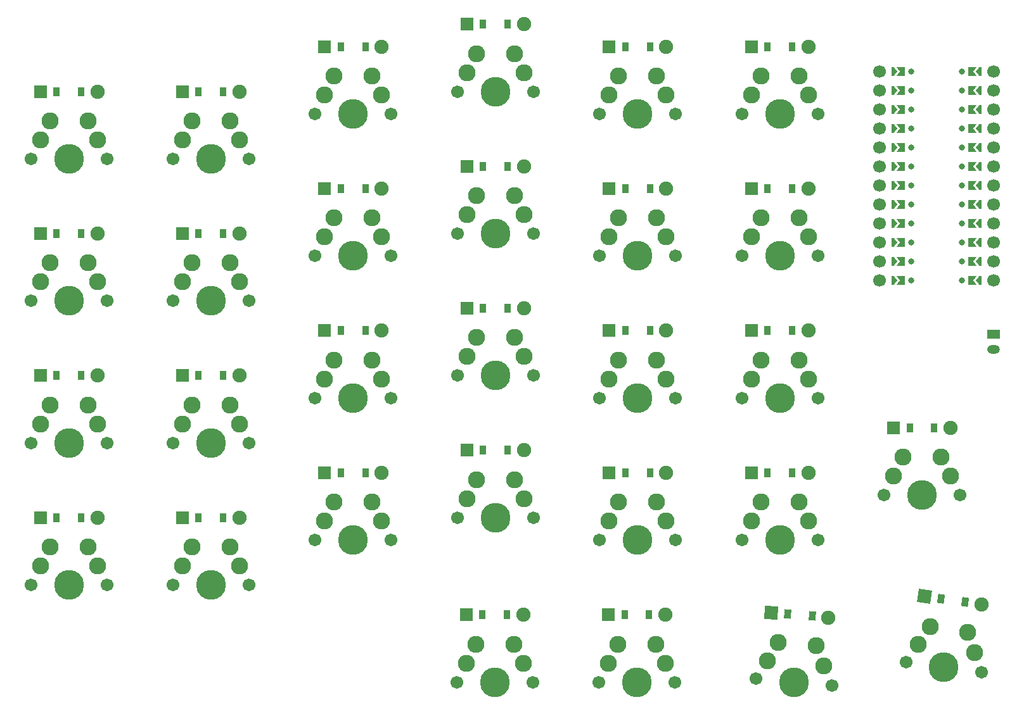
<source format=gbr>
%TF.GenerationSoftware,KiCad,Pcbnew,9.0.5*%
%TF.CreationDate,2025-11-01T14:53:46+08:00*%
%TF.ProjectId,main,6d61696e-2e6b-4696-9361-645f70636258,v1.0.0*%
%TF.SameCoordinates,Original*%
%TF.FileFunction,Soldermask,Bot*%
%TF.FilePolarity,Negative*%
%FSLAX46Y46*%
G04 Gerber Fmt 4.6, Leading zero omitted, Abs format (unit mm)*
G04 Created by KiCad (PCBNEW 9.0.5) date 2025-11-01 14:53:47*
%MOMM*%
%LPD*%
G01*
G04 APERTURE LIST*
G04 Aperture macros list*
%AMRotRect*
0 Rectangle, with rotation*
0 The origin of the aperture is its center*
0 $1 length*
0 $2 width*
0 $3 Rotation angle, in degrees counterclockwise*
0 Add horizontal line*
21,1,$1,$2,0,0,$3*%
%AMFreePoly0*
4,1,6,0.250000,0.000000,-0.250000,-0.625000,-0.500000,-0.625000,-0.500000,0.625000,-0.250000,0.625000,0.250000,0.000000,0.250000,0.000000,$1*%
%AMFreePoly1*
4,1,6,0.500000,-0.625000,-0.650000,-0.625000,-0.150000,0.000000,-0.650000,0.625000,0.500000,0.625000,0.500000,-0.625000,0.500000,-0.625000,$1*%
G04 Aperture macros list end*
%ADD10C,1.701800*%
%ADD11C,3.987800*%
%ADD12C,2.286000*%
%ADD13R,1.778000X1.778000*%
%ADD14R,0.900000X1.200000*%
%ADD15C,1.905000*%
%ADD16RotRect,1.778000X1.778000X352.000000*%
%ADD17RotRect,0.900000X1.200000X352.000000*%
%ADD18FreePoly0,180.000000*%
%ADD19C,1.700000*%
%ADD20FreePoly0,0.000000*%
%ADD21FreePoly1,0.000000*%
%ADD22C,0.800000*%
%ADD23FreePoly1,180.000000*%
%ADD24R,1.700000X1.200000*%
%ADD25O,1.700000X1.200000*%
%ADD26RotRect,1.778000X1.778000X355.000000*%
%ADD27RotRect,0.900000X1.200000X355.000000*%
G04 APERTURE END LIST*
D10*
%TO.C,S11*%
X62520000Y-51500000D03*
D11*
X67600000Y-51500000D03*
D10*
X72680000Y-51500000D03*
D12*
X65060000Y-46420000D03*
X70140000Y-46420000D03*
X63790000Y-48960000D03*
X71410000Y-48960000D03*
%TD*%
D10*
%TO.C,S23*%
X119520000Y-51500000D03*
D11*
X124600000Y-51500000D03*
D10*
X129680000Y-51500000D03*
D12*
X122060000Y-46420000D03*
X127140000Y-46420000D03*
X120790000Y-48960000D03*
X128410000Y-48960000D03*
%TD*%
D13*
%TO.C,D4*%
X25790000Y-29500000D03*
D14*
X27950000Y-29500000D03*
X31250000Y-29500000D03*
D15*
X33410000Y-29500000D03*
%TD*%
D13*
%TO.C,D2*%
X25790000Y-67500000D03*
D14*
X27950000Y-67500000D03*
X31250000Y-67500000D03*
D15*
X33410000Y-67500000D03*
%TD*%
D13*
%TO.C,D27*%
X101690000Y-99500000D03*
D14*
X103850000Y-99500000D03*
X107150000Y-99500000D03*
D15*
X109310000Y-99500000D03*
%TD*%
D10*
%TO.C,S10*%
X62520000Y-70500000D03*
D11*
X67600000Y-70500000D03*
D10*
X72680000Y-70500000D03*
D12*
X65060000Y-65420000D03*
X70140000Y-65420000D03*
X63790000Y-67960000D03*
X71410000Y-67960000D03*
%TD*%
D10*
%TO.C,S3*%
X24520000Y-57500000D03*
D11*
X29600000Y-57500000D03*
D10*
X34680000Y-57500000D03*
D12*
X27060000Y-52420000D03*
X32140000Y-52420000D03*
X25790000Y-54960000D03*
X33410000Y-54960000D03*
%TD*%
D10*
%TO.C,S29*%
X141469438Y-105793001D03*
D11*
X146500000Y-106500000D03*
D10*
X151530562Y-107206999D03*
D12*
X144691718Y-101115942D03*
X149722280Y-101822938D03*
X143080578Y-103454470D03*
X150626421Y-104514969D03*
%TD*%
D10*
%TO.C,S28*%
X121439331Y-108057249D03*
D11*
X126500000Y-108500000D03*
D10*
X131560669Y-108942751D03*
D12*
X124412417Y-103217955D03*
X129473086Y-103660707D03*
X122925874Y-105637602D03*
X130516877Y-106301729D03*
%TD*%
D13*
%TO.C,D25*%
X139790000Y-74500000D03*
D14*
X141950000Y-74500000D03*
X145250000Y-74500000D03*
D15*
X147410000Y-74500000D03*
%TD*%
D16*
%TO.C,D29*%
X143979637Y-97057336D03*
D17*
X146118616Y-97357951D03*
X149386500Y-97817223D03*
D15*
X151525479Y-98117838D03*
%TD*%
D10*
%TO.C,S24*%
X119520000Y-32500000D03*
D11*
X124600000Y-32500000D03*
D10*
X129680000Y-32500000D03*
D12*
X122060000Y-27420000D03*
X127140000Y-27420000D03*
X120790000Y-29960000D03*
X128410000Y-29960000D03*
%TD*%
D13*
%TO.C,D8*%
X44790000Y-29500000D03*
D14*
X46950000Y-29500000D03*
X50250000Y-29500000D03*
D15*
X52410000Y-29500000D03*
%TD*%
D13*
%TO.C,D9*%
X63790000Y-80500000D03*
D14*
X65950000Y-80500000D03*
X69250000Y-80500000D03*
D15*
X71410000Y-80500000D03*
%TD*%
D13*
%TO.C,D15*%
X82790000Y-39500000D03*
D14*
X84950000Y-39500000D03*
X88250000Y-39500000D03*
D15*
X90410000Y-39500000D03*
%TD*%
D13*
%TO.C,D23*%
X120790000Y-42500000D03*
D14*
X122950000Y-42500000D03*
X126250000Y-42500000D03*
D15*
X128410000Y-42500000D03*
%TD*%
D13*
%TO.C,D7*%
X44790000Y-48500000D03*
D14*
X46950000Y-48500000D03*
X50250000Y-48500000D03*
D15*
X52410000Y-48500000D03*
%TD*%
D13*
%TO.C,D14*%
X82790000Y-58500000D03*
D14*
X84950000Y-58500000D03*
X88250000Y-58500000D03*
D15*
X90410000Y-58500000D03*
%TD*%
D13*
%TO.C,D16*%
X82790000Y-20500000D03*
D14*
X84950000Y-20500000D03*
X88250000Y-20500000D03*
D15*
X90410000Y-20500000D03*
%TD*%
D10*
%TO.C,S18*%
X100520000Y-70500000D03*
D11*
X105600000Y-70500000D03*
D10*
X110680000Y-70500000D03*
D12*
X103060000Y-65420000D03*
X108140000Y-65420000D03*
X101790000Y-67960000D03*
X109410000Y-67960000D03*
%TD*%
D10*
%TO.C,S15*%
X81520000Y-48500000D03*
D11*
X86600000Y-48500000D03*
D10*
X91680000Y-48500000D03*
D12*
X84060000Y-43420000D03*
X89140000Y-43420000D03*
X82790000Y-45960000D03*
X90410000Y-45960000D03*
%TD*%
D10*
%TO.C,S1*%
X24520000Y-95500000D03*
D11*
X29600000Y-95500000D03*
D10*
X34680000Y-95500000D03*
D12*
X27060000Y-90420000D03*
X32140000Y-90420000D03*
X25790000Y-92960000D03*
X33410000Y-92960000D03*
%TD*%
D10*
%TO.C,S27*%
X100420000Y-108500000D03*
D11*
X105500000Y-108500000D03*
D10*
X110580000Y-108500000D03*
D12*
X102960000Y-103420000D03*
X108040000Y-103420000D03*
X101690000Y-105960000D03*
X109310000Y-105960000D03*
%TD*%
D10*
%TO.C,S14*%
X81520000Y-67500000D03*
D11*
X86600000Y-67500000D03*
D10*
X91680000Y-67500000D03*
D12*
X84060000Y-62420000D03*
X89140000Y-62420000D03*
X82790000Y-64960000D03*
X90410000Y-64960000D03*
%TD*%
D10*
%TO.C,S6*%
X43520000Y-76500000D03*
D11*
X48600000Y-76500000D03*
D10*
X53680000Y-76500000D03*
D12*
X46060000Y-71420000D03*
X51140000Y-71420000D03*
X44790000Y-73960000D03*
X52410000Y-73960000D03*
%TD*%
D10*
%TO.C,S13*%
X81520000Y-86500000D03*
D11*
X86600000Y-86500000D03*
D10*
X91680000Y-86500000D03*
D12*
X84060000Y-81420000D03*
X89140000Y-81420000D03*
X82790000Y-83960000D03*
X90410000Y-83960000D03*
%TD*%
D10*
%TO.C,S2*%
X24520000Y-76500000D03*
D11*
X29600000Y-76500000D03*
D10*
X34680000Y-76500000D03*
D12*
X27060000Y-71420000D03*
X32140000Y-71420000D03*
X25790000Y-73960000D03*
X33410000Y-73960000D03*
%TD*%
D13*
%TO.C,D17*%
X101790000Y-80500000D03*
D14*
X103950000Y-80500000D03*
X107250000Y-80500000D03*
D15*
X109410000Y-80500000D03*
%TD*%
D18*
%TO.C,MCU1*%
X151055000Y-26800000D03*
D19*
X153175000Y-26800000D03*
D18*
X151055000Y-29340000D03*
D19*
X153175000Y-29340000D03*
D18*
X151055000Y-31880000D03*
D19*
X153175000Y-31880000D03*
D18*
X151055000Y-34420000D03*
D19*
X153175000Y-34420000D03*
D18*
X151055000Y-36960000D03*
D19*
X153175000Y-36960000D03*
D18*
X151055000Y-39500000D03*
D19*
X153175000Y-39500000D03*
D18*
X151055000Y-42040000D03*
D19*
X153175000Y-42040000D03*
D18*
X151055000Y-44580000D03*
D19*
X153175000Y-44580000D03*
D18*
X151055000Y-47120000D03*
D19*
X153175000Y-47120000D03*
D18*
X151055000Y-49660000D03*
D19*
X153175000Y-49660000D03*
D18*
X151055000Y-52200000D03*
D19*
X153175000Y-52200000D03*
D18*
X151055000Y-54740000D03*
D19*
X153175000Y-54740000D03*
X137935000Y-54740000D03*
D20*
X140055000Y-54740000D03*
D19*
X137935000Y-52200000D03*
D20*
X140055000Y-52200000D03*
D19*
X137935000Y-49660000D03*
D20*
X140055000Y-49660000D03*
D19*
X137935000Y-47120000D03*
D20*
X140055000Y-47120000D03*
D19*
X137935000Y-44580000D03*
D20*
X140055000Y-44580000D03*
D19*
X137935000Y-42040000D03*
D20*
X140055000Y-42040000D03*
D19*
X137935000Y-39500000D03*
D20*
X140055000Y-39500000D03*
D19*
X137935000Y-36960000D03*
D20*
X140055000Y-36960000D03*
D19*
X137935000Y-34420000D03*
D20*
X140055000Y-34420000D03*
D19*
X137935000Y-31880000D03*
D20*
X140055000Y-31880000D03*
D19*
X137935000Y-29340000D03*
D20*
X140055000Y-29340000D03*
D19*
X137935000Y-26800000D03*
D20*
X140055000Y-26800000D03*
D21*
X140780000Y-26800000D03*
D22*
X148955000Y-26800000D03*
D21*
X140780000Y-29340000D03*
D22*
X148955000Y-29340000D03*
D21*
X140780000Y-31880000D03*
D22*
X148955000Y-31880000D03*
D21*
X140780000Y-34420000D03*
D22*
X148955000Y-34420000D03*
D21*
X140780000Y-36960000D03*
D22*
X148955000Y-36960000D03*
D21*
X140780000Y-39500000D03*
D22*
X148955000Y-39500000D03*
D21*
X140780000Y-42040000D03*
D22*
X148955000Y-42040000D03*
D21*
X140780000Y-44580000D03*
D22*
X148955000Y-44580000D03*
D21*
X140780000Y-47120000D03*
D22*
X148955000Y-47120000D03*
D21*
X140780000Y-49660000D03*
D22*
X148955000Y-49660000D03*
D21*
X140780000Y-52200000D03*
D22*
X148955000Y-52200000D03*
D21*
X140780000Y-54740000D03*
D22*
X148955000Y-54740000D03*
X142155000Y-54740000D03*
D23*
X150330000Y-54740000D03*
D22*
X142155000Y-52200000D03*
D23*
X150330000Y-52200000D03*
D22*
X142155000Y-49660000D03*
D23*
X150330000Y-49660000D03*
D22*
X142155000Y-47120000D03*
D23*
X150330000Y-47120000D03*
D22*
X142155000Y-44580000D03*
D23*
X150330000Y-44580000D03*
D22*
X142155000Y-42040000D03*
D23*
X150330000Y-42040000D03*
D22*
X142155000Y-39500000D03*
D23*
X150330000Y-39500000D03*
D22*
X142155000Y-36960000D03*
D23*
X150330000Y-36960000D03*
D22*
X142155000Y-34420000D03*
D23*
X150330000Y-34420000D03*
D22*
X142155000Y-31880000D03*
D23*
X150330000Y-31880000D03*
D22*
X142155000Y-29340000D03*
D23*
X150330000Y-29340000D03*
D22*
X142155000Y-26800000D03*
D23*
X150330000Y-26800000D03*
%TD*%
D10*
%TO.C,S4*%
X24520000Y-38500000D03*
D11*
X29600000Y-38500000D03*
D10*
X34680000Y-38500000D03*
D12*
X27060000Y-33420000D03*
X32140000Y-33420000D03*
X25790000Y-35960000D03*
X33410000Y-35960000D03*
%TD*%
D10*
%TO.C,S26*%
X81420000Y-108500000D03*
D11*
X86500000Y-108500000D03*
D10*
X91580000Y-108500000D03*
D12*
X83960000Y-103420000D03*
X89040000Y-103420000D03*
X82690000Y-105960000D03*
X90310000Y-105960000D03*
%TD*%
D13*
%TO.C,D18*%
X101790000Y-61500000D03*
D14*
X103950000Y-61500000D03*
X107250000Y-61500000D03*
D15*
X109410000Y-61500000D03*
%TD*%
D13*
%TO.C,D19*%
X101790000Y-42500000D03*
D14*
X103950000Y-42500000D03*
X107250000Y-42500000D03*
D15*
X109410000Y-42500000D03*
%TD*%
D13*
%TO.C,D3*%
X25790000Y-48500000D03*
D14*
X27950000Y-48500000D03*
X31250000Y-48500000D03*
D15*
X33410000Y-48500000D03*
%TD*%
D13*
%TO.C,D22*%
X120790000Y-61500000D03*
D14*
X122950000Y-61500000D03*
X126250000Y-61500000D03*
D15*
X128410000Y-61500000D03*
%TD*%
D10*
%TO.C,S21*%
X119520000Y-89500000D03*
D11*
X124600000Y-89500000D03*
D10*
X129680000Y-89500000D03*
D12*
X122060000Y-84420000D03*
X127140000Y-84420000D03*
X120790000Y-86960000D03*
X128410000Y-86960000D03*
%TD*%
D13*
%TO.C,D13*%
X82790000Y-77500000D03*
D14*
X84950000Y-77500000D03*
X88250000Y-77500000D03*
D15*
X90410000Y-77500000D03*
%TD*%
D10*
%TO.C,S9*%
X62520000Y-89500000D03*
D11*
X67600000Y-89500000D03*
D10*
X72680000Y-89500000D03*
D12*
X65060000Y-84420000D03*
X70140000Y-84420000D03*
X63790000Y-86960000D03*
X71410000Y-86960000D03*
%TD*%
D13*
%TO.C,D6*%
X44790000Y-67500000D03*
D14*
X46950000Y-67500000D03*
X50250000Y-67500000D03*
D15*
X52410000Y-67500000D03*
%TD*%
D10*
%TO.C,S17*%
X100520000Y-89500000D03*
D11*
X105600000Y-89500000D03*
D10*
X110680000Y-89500000D03*
D12*
X103060000Y-84420000D03*
X108140000Y-84420000D03*
X101790000Y-86960000D03*
X109410000Y-86960000D03*
%TD*%
D24*
%TO.C,JST1*%
X153175000Y-61980000D03*
D25*
X153175000Y-63980000D03*
%TD*%
D10*
%TO.C,S7*%
X43520000Y-57500000D03*
D11*
X48600000Y-57500000D03*
D10*
X53680000Y-57500000D03*
D12*
X46060000Y-52420000D03*
X51140000Y-52420000D03*
X44790000Y-54960000D03*
X52410000Y-54960000D03*
%TD*%
D13*
%TO.C,D12*%
X63790000Y-23500000D03*
D14*
X65950000Y-23500000D03*
X69250000Y-23500000D03*
D15*
X71410000Y-23500000D03*
%TD*%
D13*
%TO.C,D20*%
X101790000Y-23500000D03*
D14*
X103950000Y-23500000D03*
X107250000Y-23500000D03*
D15*
X109410000Y-23500000D03*
%TD*%
D13*
%TO.C,D26*%
X82690000Y-99500000D03*
D14*
X84850000Y-99500000D03*
X88150000Y-99500000D03*
D15*
X90310000Y-99500000D03*
%TD*%
D10*
%TO.C,S12*%
X62520000Y-32500000D03*
D11*
X67600000Y-32500000D03*
D10*
X72680000Y-32500000D03*
D12*
X65060000Y-27420000D03*
X70140000Y-27420000D03*
X63790000Y-29960000D03*
X71410000Y-29960000D03*
%TD*%
D26*
%TO.C,D28*%
X123488900Y-99202185D03*
D27*
X125640681Y-99390441D03*
X128928123Y-99678055D03*
D15*
X131079904Y-99866311D03*
%TD*%
D10*
%TO.C,S20*%
X100520000Y-32500000D03*
D11*
X105600000Y-32500000D03*
D10*
X110680000Y-32500000D03*
D12*
X103060000Y-27420000D03*
X108140000Y-27420000D03*
X101790000Y-29960000D03*
X109410000Y-29960000D03*
%TD*%
D10*
%TO.C,S22*%
X119520000Y-70500000D03*
D11*
X124600000Y-70500000D03*
D10*
X129680000Y-70500000D03*
D12*
X122060000Y-65420000D03*
X127140000Y-65420000D03*
X120790000Y-67960000D03*
X128410000Y-67960000D03*
%TD*%
D13*
%TO.C,D11*%
X63790000Y-42500000D03*
D14*
X65950000Y-42500000D03*
X69250000Y-42500000D03*
D15*
X71410000Y-42500000D03*
%TD*%
D13*
%TO.C,D1*%
X25790000Y-86500000D03*
D14*
X27950000Y-86500000D03*
X31250000Y-86500000D03*
D15*
X33410000Y-86500000D03*
%TD*%
D10*
%TO.C,S5*%
X43520000Y-95500000D03*
D11*
X48600000Y-95500000D03*
D10*
X53680000Y-95500000D03*
D12*
X46060000Y-90420000D03*
X51140000Y-90420000D03*
X44790000Y-92960000D03*
X52410000Y-92960000D03*
%TD*%
D13*
%TO.C,D24*%
X120790000Y-23500000D03*
D14*
X122950000Y-23500000D03*
X126250000Y-23500000D03*
D15*
X128410000Y-23500000D03*
%TD*%
D10*
%TO.C,S16*%
X81520000Y-29500000D03*
D11*
X86600000Y-29500000D03*
D10*
X91680000Y-29500000D03*
D12*
X84060000Y-24420000D03*
X89140000Y-24420000D03*
X82790000Y-26960000D03*
X90410000Y-26960000D03*
%TD*%
D13*
%TO.C,D21*%
X120790000Y-80500000D03*
D14*
X122950000Y-80500000D03*
X126250000Y-80500000D03*
D15*
X128410000Y-80500000D03*
%TD*%
D10*
%TO.C,S25*%
X138520000Y-83500000D03*
D11*
X143600000Y-83500000D03*
D10*
X148680000Y-83500000D03*
D12*
X141060000Y-78420000D03*
X146140000Y-78420000D03*
X139790000Y-80960000D03*
X147410000Y-80960000D03*
%TD*%
D13*
%TO.C,D5*%
X44790000Y-86500000D03*
D14*
X46950000Y-86500000D03*
X50250000Y-86500000D03*
D15*
X52410000Y-86500000D03*
%TD*%
D13*
%TO.C,D10*%
X63790000Y-61500000D03*
D14*
X65950000Y-61500000D03*
X69250000Y-61500000D03*
D15*
X71410000Y-61500000D03*
%TD*%
D10*
%TO.C,S19*%
X100520000Y-51500000D03*
D11*
X105600000Y-51500000D03*
D10*
X110680000Y-51500000D03*
D12*
X103060000Y-46420000D03*
X108140000Y-46420000D03*
X101790000Y-48960000D03*
X109410000Y-48960000D03*
%TD*%
D10*
%TO.C,S8*%
X43520000Y-38500000D03*
D11*
X48600000Y-38500000D03*
D10*
X53680000Y-38500000D03*
D12*
X46060000Y-33420000D03*
X51140000Y-33420000D03*
X44790000Y-35960000D03*
X52410000Y-35960000D03*
%TD*%
M02*

</source>
